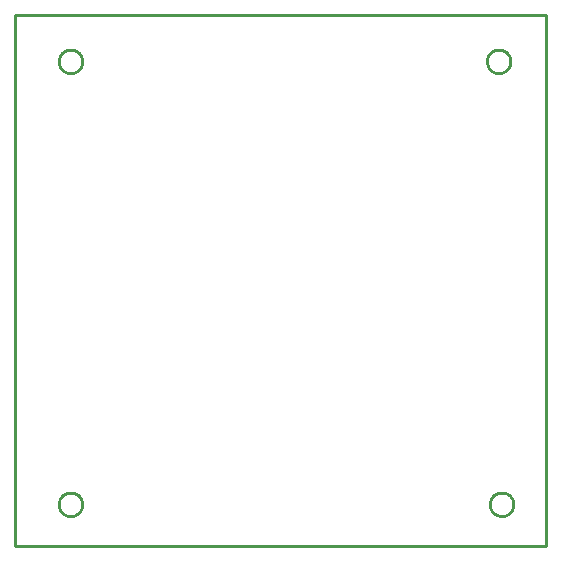
<source format=gko>
%FSLAX43Y43*%
%MOMM*%
G71*
G01*
G75*
G04 Layer_Color=16711935*
%ADD10R,2.000X1.250*%
%ADD11R,1.250X0.600*%
%ADD12R,1.600X0.900*%
G04:AMPARAMS|DCode=13|XSize=1.56mm|YSize=0.41mm|CornerRadius=0.051mm|HoleSize=0mm|Usage=FLASHONLY|Rotation=0.000|XOffset=0mm|YOffset=0mm|HoleType=Round|Shape=RoundedRectangle|*
%AMROUNDEDRECTD13*
21,1,1.560,0.308,0,0,0.0*
21,1,1.458,0.410,0,0,0.0*
1,1,0.102,0.729,-0.154*
1,1,0.102,-0.729,-0.154*
1,1,0.102,-0.729,0.154*
1,1,0.102,0.729,0.154*
%
%ADD13ROUNDEDRECTD13*%
%ADD14R,0.900X1.600*%
%ADD15R,1.900X1.900*%
%ADD16R,1.450X1.300*%
%ADD17R,1.600X1.400*%
%ADD18R,0.400X1.350*%
%ADD19C,0.254*%
%ADD20C,1.500*%
%ADD21R,1.500X1.500*%
%ADD22R,1.500X1.500*%
%ADD23C,1.000*%
%ADD24C,0.800*%
%ADD25C,0.700*%
G04:AMPARAMS|DCode=26|XSize=1.31mm|YSize=0.93mm|CornerRadius=0.07mm|HoleSize=0mm|Usage=FLASHONLY|Rotation=0.000|XOffset=0mm|YOffset=0mm|HoleType=Round|Shape=RoundedRectangle|*
%AMROUNDEDRECTD26*
21,1,1.310,0.790,0,0,0.0*
21,1,1.171,0.930,0,0,0.0*
1,1,0.140,0.585,-0.395*
1,1,0.140,-0.585,-0.395*
1,1,0.140,-0.585,0.395*
1,1,0.140,0.585,0.395*
%
%ADD26ROUNDEDRECTD26*%
G04:AMPARAMS|DCode=27|XSize=1.31mm|YSize=3.24mm|CornerRadius=0.098mm|HoleSize=0mm|Usage=FLASHONLY|Rotation=0.000|XOffset=0mm|YOffset=0mm|HoleType=Round|Shape=RoundedRectangle|*
%AMROUNDEDRECTD27*
21,1,1.310,3.043,0,0,0.0*
21,1,1.113,3.240,0,0,0.0*
1,1,0.197,0.557,-1.522*
1,1,0.197,-0.557,-1.522*
1,1,0.197,-0.557,1.522*
1,1,0.197,0.557,1.522*
%
%ADD27ROUNDEDRECTD27*%
D19*
X85750Y96000D02*
G03*
X85750Y96000I-1000J0D01*
G01*
X122000D02*
G03*
X122000Y96000I-1000J0D01*
G01*
X85750Y58500D02*
G03*
X85750Y58500I-1000J0D01*
G01*
X122250D02*
G03*
X122250Y58500I-1000J0D01*
G01*
X80000Y55000D02*
X125000D01*
Y100000D01*
X80000Y55000D02*
Y100000D01*
X125000D01*
M02*

</source>
